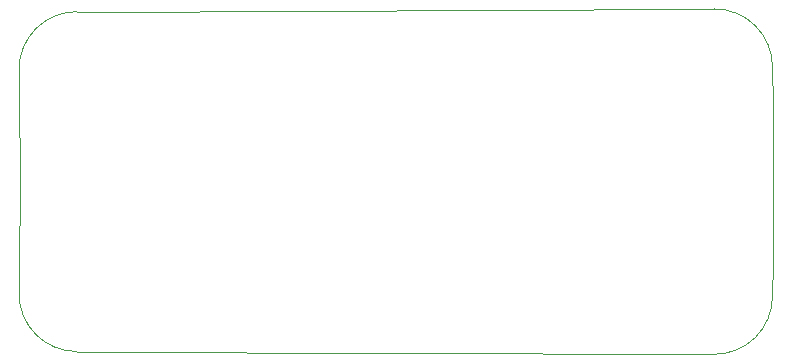
<source format=gbr>
%TF.GenerationSoftware,Altium Limited,Altium Designer,20.2.6 (244)*%
G04 Layer_Color=0*
%FSLAX45Y45*%
%MOMM*%
%TF.SameCoordinates,5B1E47F8-7F56-49C7-AB48-EE235D2752C7*%
%TF.FilePolarity,Positive*%
%TF.FileFunction,Profile,NP*%
%TF.Part,Single*%
G01*
G75*
%TA.AperFunction,Profile*%
%ADD78C,0.02540*%
D78*
X487843Y23521D02*
G02*
X641Y514868I1755J488960D01*
G01*
X641D01*
X1308Y626787D01*
X1722Y715122D01*
X4885Y1462194D01*
X1722Y2209265D01*
X1179Y2321636D01*
X641Y2409519D01*
D02*
G02*
X487843Y2900866I488942J2403D01*
G01*
X599764Y2901148D01*
X688098Y2901483D01*
X5688052Y2922666D01*
X5800422Y2923209D01*
X5888305Y2923747D01*
Y2923747D01*
D02*
G02*
X6379652Y2436545I2419J-488926D01*
G01*
X6379934Y2324624D01*
X6380269Y2236289D01*
X6383551Y1462194D01*
X6380269Y688098D01*
X6379859Y575727D01*
X6379652Y487842D01*
X6379652D01*
D02*
G02*
X5888304Y641I-488969J1765D01*
G01*
X5888305Y640D01*
X5776386Y1307D01*
X5688052Y1721D01*
X688098Y22904D01*
X575728Y23314D01*
X487843Y23521D01*
%TF.MD5,c719f67a81e24061de8240b72c4b602e*%
M02*

</source>
